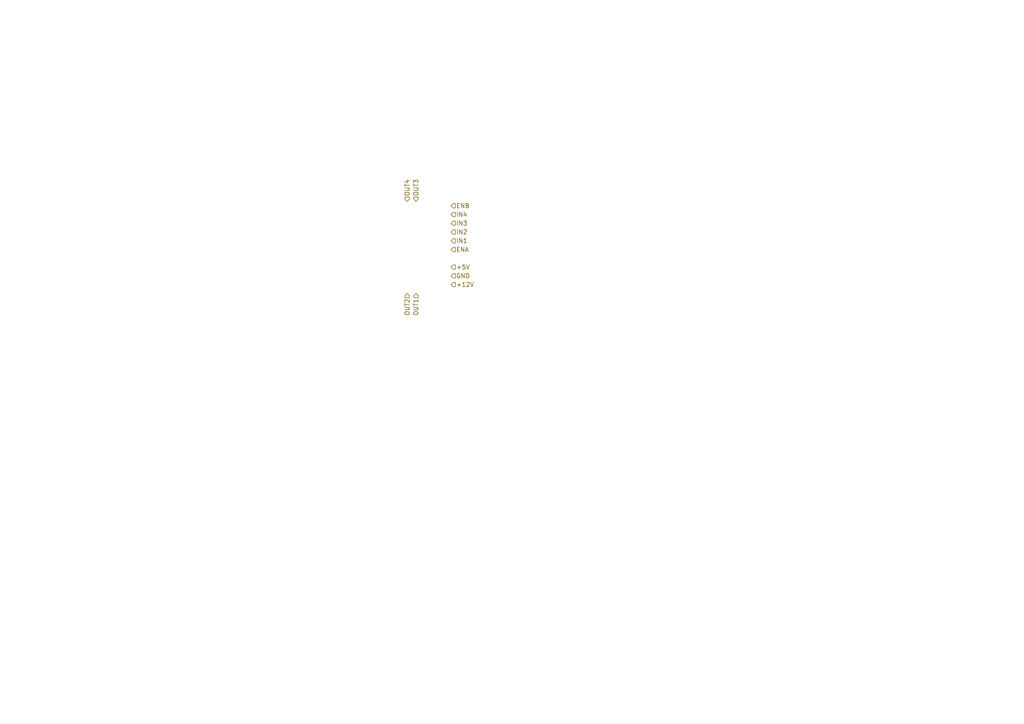
<source format=kicad_sch>
(kicad_sch
	(version 20231120)
	(generator "eeschema")
	(generator_version "8.0")
	(uuid "60267593-a3f0-4819-a935-a9a1f2ee4813")
	(paper "A4")
	(lib_symbols)
	(hierarchical_label "IN1"
		(shape input)
		(at 130.81 69.85 0)
		(effects
			(font
				(size 1.27 1.27)
			)
			(justify left)
		)
		(uuid "069b3196-d2ea-4961-b355-48c4052c3e4d")
	)
	(hierarchical_label "IN4"
		(shape input)
		(at 130.81 62.23 0)
		(effects
			(font
				(size 1.27 1.27)
			)
			(justify left)
		)
		(uuid "1d21b004-3af3-4433-a3cc-02536e6c4124")
	)
	(hierarchical_label "GND"
		(shape input)
		(at 130.81 80.01 0)
		(effects
			(font
				(size 1.27 1.27)
			)
			(justify left)
		)
		(uuid "38ec54ac-88fc-47c4-b9eb-7f44bf483b90")
	)
	(hierarchical_label "IN2"
		(shape input)
		(at 130.81 67.31 0)
		(effects
			(font
				(size 1.27 1.27)
			)
			(justify left)
		)
		(uuid "3a395272-e795-4992-83a1-c2e746d69ee8")
	)
	(hierarchical_label "+12V"
		(shape input)
		(at 130.81 82.55 0)
		(effects
			(font
				(size 1.27 1.27)
			)
			(justify left)
		)
		(uuid "44410a6e-0cc3-4253-832b-0c584c0055c0")
	)
	(hierarchical_label "IN3"
		(shape input)
		(at 130.81 64.77 0)
		(effects
			(font
				(size 1.27 1.27)
			)
			(justify left)
		)
		(uuid "5b2eaf9a-2d41-4de4-bcd6-7c6d35858aa9")
	)
	(hierarchical_label "OUT2"
		(shape input)
		(at 118.11 85.09 270)
		(effects
			(font
				(size 1.27 1.27)
			)
			(justify right)
		)
		(uuid "85d325e9-2936-4c6b-9c64-cd558aba5286")
	)
	(hierarchical_label "OUT3"
		(shape input)
		(at 120.65 58.42 90)
		(effects
			(font
				(size 1.27 1.27)
			)
			(justify left)
		)
		(uuid "869640cc-3dee-4398-9e7f-b9c092049868")
	)
	(hierarchical_label "OUT1"
		(shape input)
		(at 120.65 85.09 270)
		(effects
			(font
				(size 1.27 1.27)
			)
			(justify right)
		)
		(uuid "94749ae6-94c6-45db-abfd-9a395bbfa2d7")
	)
	(hierarchical_label "ENB"
		(shape input)
		(at 130.81 59.69 0)
		(effects
			(font
				(size 1.27 1.27)
			)
			(justify left)
		)
		(uuid "a74efe4a-ccd5-496b-9e46-80a476647ca0")
	)
	(hierarchical_label "ENA"
		(shape input)
		(at 130.81 72.39 0)
		(effects
			(font
				(size 1.27 1.27)
			)
			(justify left)
		)
		(uuid "be81ab03-725c-47f3-8800-f30d0e0865d3")
	)
	(hierarchical_label "OUT4"
		(shape input)
		(at 118.11 58.42 90)
		(effects
			(font
				(size 1.27 1.27)
			)
			(justify left)
		)
		(uuid "e208cab6-ca93-4eea-ad0c-4c96d7e0ba67")
	)
	(hierarchical_label "+5V"
		(shape input)
		(at 130.81 77.47 0)
		(effects
			(font
				(size 1.27 1.27)
			)
			(justify left)
		)
		(uuid "f3421d19-ff81-4673-b222-d3300038cdaa")
	)
)

</source>
